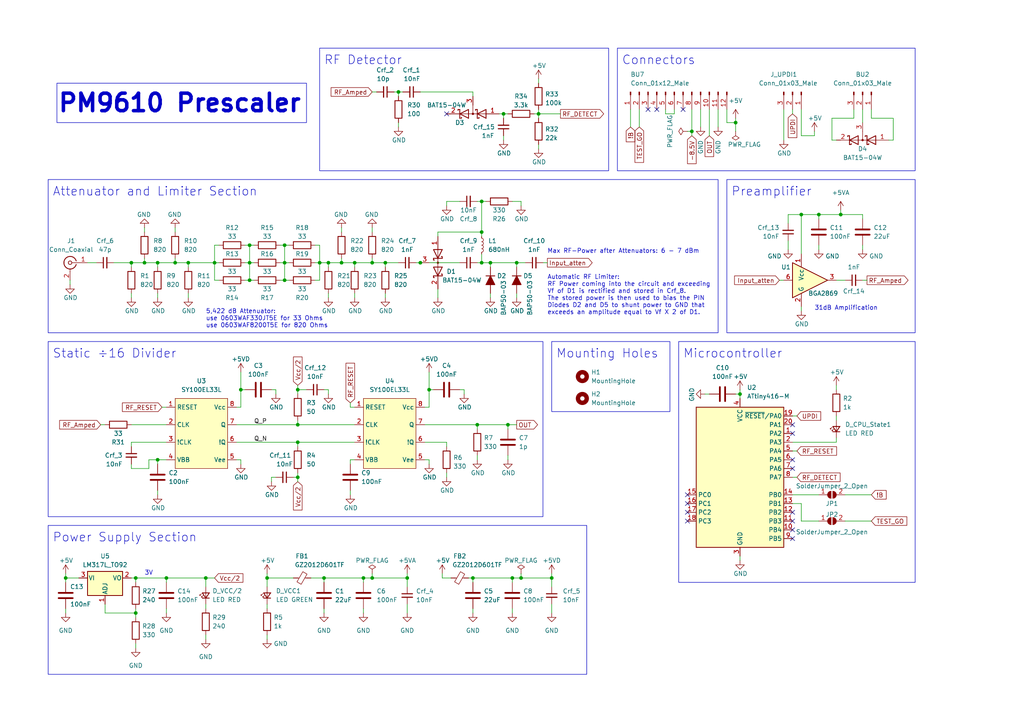
<source format=kicad_sch>
(kicad_sch (version 20230121) (generator eeschema)
  (paper "A4")
  (junction (at 105.41 167.64))
  (junction (at 59.69 167.64))
  (junction (at 54.61 76.2))
  (junction (at 92.71 76.2))
  (junction (at 62.23 76.2))
  (junction (at 151.13 167.64))
  (junction (at 124.46 113.03))
  (junction (at 39.37 177.8))
  (junction (at 142.24 76.2))
  (junction (at 200.66 38.1))
  (junction (at 86.36 138.43))
  (junction (at 45.72 133.35))
  (junction (at 86.36 128.27))
  (junction (at 95.25 76.2))
  (junction (at 69.85 113.03))
  (junction (at 72.39 81.28))
  (junction (at 50.8 76.2))
  (junction (at 146.05 33.02))
  (junction (at 102.87 76.2))
  (junction (at 148.59 167.64))
  (junction (at 118.11 167.64))
  (junction (at 243.84 62.23))
  (junction (at 19.05 167.64))
  (junction (at 147.32 123.19))
  (junction (at 48.26 167.64))
  (junction (at 99.06 76.2))
  (junction (at 232.41 62.23))
  (junction (at 39.37 167.64))
  (junction (at 214.63 114.3))
  (junction (at 93.98 167.64))
  (junction (at 139.7 58.42))
  (junction (at 237.49 62.23))
  (junction (at 111.76 76.2))
  (junction (at 107.95 167.64))
  (junction (at 86.36 113.03))
  (junction (at 82.55 76.2))
  (junction (at 139.7 76.2))
  (junction (at 115.57 26.67))
  (junction (at 77.47 167.64))
  (junction (at 45.72 76.2))
  (junction (at 82.55 71.12))
  (junction (at 139.7 67.31))
  (junction (at 121.92 76.2))
  (junction (at 82.55 81.28))
  (junction (at 72.39 71.12))
  (junction (at 41.91 76.2))
  (junction (at 38.1 76.2))
  (junction (at 72.39 76.2))
  (junction (at 137.16 167.64))
  (junction (at 156.21 33.02))
  (junction (at 213.36 35.56))
  (junction (at 86.36 123.19))
  (junction (at 149.86 76.2))
  (junction (at 107.95 76.2))
  (junction (at 138.43 123.19))
  (junction (at 160.02 167.64))
  (no_connect (at 229.87 133.35))
  (no_connect (at 229.87 125.73))
  (no_connect (at 199.39 146.05))
  (no_connect (at 198.12 31.75))
  (no_connect (at 190.5 31.75))
  (no_connect (at 229.87 153.67))
  (no_connect (at 229.87 156.21))
  (no_connect (at 129.54 33.02))
  (no_connect (at 229.87 148.59))
  (no_connect (at 199.39 148.59))
  (no_connect (at 229.87 135.89))
  (no_connect (at 187.96 31.75))
  (no_connect (at 199.39 151.13))
  (no_connect (at 229.87 123.19))
  (no_connect (at 229.87 151.13))
  (no_connect (at 199.39 143.51))
  (wire (pts (xy 195.58 33.02) (xy 195.58 31.75)))
  (wire (pts (xy 123.19 133.35) (xy 124.46 133.35)))
  (wire (pts (xy 237.49 71.12) (xy 237.49 72.39)))
  (wire (pts (xy 73.66 71.12) (xy 72.39 71.12)))
  (wire (pts (xy 146.05 34.29) (xy 146.05 33.02)))
  (wire (pts (xy 137.16 167.64) (xy 137.16 168.91)))
  (wire (pts (xy 20.32 81.28) (xy 20.32 82.55)))
  (wire (pts (xy 160.02 170.18) (xy 160.02 167.64)))
  (wire (pts (xy 118.11 170.18) (xy 118.11 167.64)))
  (wire (pts (xy 160.02 167.64) (xy 160.02 166.37)))
  (wire (pts (xy 45.72 142.24) (xy 45.72 143.51)))
  (wire (pts (xy 33.02 76.2) (xy 38.1 76.2)))
  (wire (pts (xy 107.95 26.67) (xy 109.22 26.67)))
  (wire (pts (xy 232.41 146.05) (xy 232.41 151.13)))
  (wire (pts (xy 68.58 118.11) (xy 69.85 118.11)))
  (wire (pts (xy 154.94 33.02) (xy 156.21 33.02)))
  (wire (pts (xy 134.62 114.3) (xy 134.62 113.03)))
  (wire (pts (xy 62.23 81.28) (xy 63.5 81.28)))
  (wire (pts (xy 48.26 176.53) (xy 48.26 177.8)))
  (wire (pts (xy 99.06 76.2) (xy 102.87 76.2)))
  (wire (pts (xy 69.85 133.35) (xy 69.85 134.62)))
  (wire (pts (xy 148.59 167.64) (xy 148.59 168.91)))
  (wire (pts (xy 93.98 167.64) (xy 93.98 168.91)))
  (wire (pts (xy 156.21 41.91) (xy 156.21 43.18)))
  (wire (pts (xy 135.89 167.64) (xy 137.16 167.64)))
  (wire (pts (xy 138.43 76.2) (xy 139.7 76.2)))
  (wire (pts (xy 129.54 137.16) (xy 129.54 138.43)))
  (wire (pts (xy 38.1 128.27) (xy 38.1 129.54)))
  (wire (pts (xy 81.28 76.2) (xy 82.55 76.2)))
  (wire (pts (xy 193.04 31.75) (xy 193.04 33.02)))
  (wire (pts (xy 229.87 146.05) (xy 232.41 146.05)))
  (wire (pts (xy 259.08 34.29) (xy 252.73 34.29)))
  (wire (pts (xy 226.06 81.28) (xy 227.33 81.28)))
  (wire (pts (xy 129.54 58.42) (xy 133.35 58.42)))
  (wire (pts (xy 149.86 76.2) (xy 152.4 76.2)))
  (wire (pts (xy 107.95 76.2) (xy 111.76 76.2)))
  (wire (pts (xy 149.86 76.2) (xy 149.86 77.47)))
  (wire (pts (xy 232.41 62.23) (xy 232.41 73.66)))
  (wire (pts (xy 72.39 71.12) (xy 72.39 76.2)))
  (wire (pts (xy 38.1 85.09) (xy 38.1 86.36)))
  (wire (pts (xy 82.55 81.28) (xy 81.28 81.28)))
  (wire (pts (xy 124.46 113.03) (xy 124.46 118.11)))
  (wire (pts (xy 59.69 175.26) (xy 59.69 176.53)))
  (wire (pts (xy 148.59 167.64) (xy 151.13 167.64)))
  (wire (pts (xy 38.1 135.89) (xy 43.18 135.89)))
  (wire (pts (xy 19.05 167.64) (xy 22.86 167.64)))
  (wire (pts (xy 148.59 176.53) (xy 148.59 177.8)))
  (wire (pts (xy 151.13 166.37) (xy 151.13 167.64)))
  (wire (pts (xy 107.95 166.37) (xy 107.95 167.64)))
  (wire (pts (xy 101.6 142.24) (xy 101.6 143.51)))
  (wire (pts (xy 93.98 176.53) (xy 93.98 177.8)))
  (wire (pts (xy 62.23 76.2) (xy 63.5 76.2)))
  (wire (pts (xy 86.36 111.76) (xy 86.36 113.03)))
  (wire (pts (xy 29.21 123.19) (xy 30.48 123.19)))
  (wire (pts (xy 59.69 167.64) (xy 59.69 170.18)))
  (wire (pts (xy 148.59 167.64) (xy 137.16 167.64)))
  (wire (pts (xy 123.19 118.11) (xy 124.46 118.11)))
  (wire (pts (xy 82.55 71.12) (xy 82.55 76.2)))
  (wire (pts (xy 102.87 76.2) (xy 102.87 77.47)))
  (wire (pts (xy 146.05 33.02) (xy 147.32 33.02)))
  (wire (pts (xy 62.23 76.2) (xy 62.23 81.28)))
  (wire (pts (xy 90.17 167.64) (xy 93.98 167.64)))
  (wire (pts (xy 92.71 76.2) (xy 92.71 81.28)))
  (wire (pts (xy 92.71 81.28) (xy 91.44 81.28)))
  (wire (pts (xy 138.43 132.08) (xy 138.43 133.35)))
  (wire (pts (xy 142.24 76.2) (xy 149.86 76.2)))
  (wire (pts (xy 38.1 123.19) (xy 48.26 123.19)))
  (wire (pts (xy 259.08 40.64) (xy 259.08 34.29)))
  (wire (pts (xy 139.7 58.42) (xy 140.97 58.42)))
  (wire (pts (xy 101.6 118.11) (xy 101.6 116.84)))
  (wire (pts (xy 102.87 118.11) (xy 101.6 118.11)))
  (wire (pts (xy 203.2 36.83) (xy 203.2 31.75)))
  (wire (pts (xy 102.87 86.36) (xy 102.87 85.09)))
  (wire (pts (xy 229.87 138.43) (xy 231.14 138.43)))
  (wire (pts (xy 78.74 138.43) (xy 78.74 139.7)))
  (wire (pts (xy 39.37 167.64) (xy 39.37 168.91)))
  (wire (pts (xy 250.19 62.23) (xy 250.19 63.5)))
  (wire (pts (xy 139.7 67.31) (xy 139.7 68.58)))
  (wire (pts (xy 182.88 36.83) (xy 182.88 31.75)))
  (wire (pts (xy 59.69 184.15) (xy 59.69 185.42)))
  (wire (pts (xy 229.87 130.81) (xy 231.14 130.81)))
  (wire (pts (xy 45.72 76.2) (xy 50.8 76.2)))
  (wire (pts (xy 19.05 167.64) (xy 19.05 168.91)))
  (wire (pts (xy 229.87 143.51) (xy 237.49 143.51)))
  (wire (pts (xy 200.66 39.37) (xy 200.66 38.1)))
  (wire (pts (xy 242.57 127) (xy 242.57 128.27)))
  (wire (pts (xy 157.48 76.2) (xy 158.75 76.2)))
  (wire (pts (xy 48.26 133.35) (xy 45.72 133.35)))
  (wire (pts (xy 160.02 175.26) (xy 160.02 177.8)))
  (wire (pts (xy 213.36 35.56) (xy 213.36 38.1)))
  (wire (pts (xy 95.25 85.09) (xy 95.25 86.36)))
  (wire (pts (xy 111.76 76.2) (xy 115.57 76.2)))
  (wire (pts (xy 83.82 76.2) (xy 82.55 76.2)))
  (wire (pts (xy 151.13 167.64) (xy 160.02 167.64)))
  (wire (pts (xy 82.55 81.28) (xy 83.82 81.28)))
  (wire (pts (xy 39.37 177.8) (xy 30.48 177.8)))
  (wire (pts (xy 121.92 26.67) (xy 137.16 26.67)))
  (wire (pts (xy 95.25 76.2) (xy 99.06 76.2)))
  (wire (pts (xy 77.47 184.15) (xy 77.47 185.42)))
  (wire (pts (xy 111.76 76.2) (xy 111.76 77.47)))
  (wire (pts (xy 19.05 176.53) (xy 19.05 177.8)))
  (wire (pts (xy 156.21 33.02) (xy 162.56 33.02)))
  (wire (pts (xy 95.25 113.03) (xy 93.98 113.03)))
  (wire (pts (xy 71.12 76.2) (xy 72.39 76.2)))
  (wire (pts (xy 71.12 113.03) (xy 69.85 113.03)))
  (wire (pts (xy 38.1 167.64) (xy 39.37 167.64)))
  (wire (pts (xy 210.82 31.75) (xy 210.82 35.56)))
  (wire (pts (xy 86.36 128.27) (xy 102.87 128.27)))
  (wire (pts (xy 200.66 38.1) (xy 200.66 31.75)))
  (wire (pts (xy 134.62 113.03) (xy 133.35 113.03)))
  (wire (pts (xy 236.22 38.1) (xy 236.22 39.37)))
  (wire (pts (xy 48.26 167.64) (xy 59.69 167.64)))
  (wire (pts (xy 99.06 66.04) (xy 99.06 67.31)))
  (wire (pts (xy 83.82 71.12) (xy 82.55 71.12)))
  (wire (pts (xy 50.8 74.93) (xy 50.8 76.2)))
  (wire (pts (xy 139.7 73.66) (xy 139.7 76.2)))
  (wire (pts (xy 62.23 71.12) (xy 62.23 76.2)))
  (wire (pts (xy 86.36 129.54) (xy 86.36 128.27)))
  (wire (pts (xy 93.98 167.64) (xy 105.41 167.64)))
  (wire (pts (xy 50.8 66.04) (xy 50.8 67.31)))
  (wire (pts (xy 38.1 128.27) (xy 48.26 128.27)))
  (wire (pts (xy 151.13 58.42) (xy 148.59 58.42)))
  (wire (pts (xy 38.1 135.89) (xy 38.1 134.62)))
  (wire (pts (xy 227.33 40.64) (xy 227.33 31.75)))
  (wire (pts (xy 115.57 35.56) (xy 115.57 36.83)))
  (wire (pts (xy 129.54 59.69) (xy 129.54 58.42)))
  (wire (pts (xy 105.41 167.64) (xy 105.41 168.91)))
  (wire (pts (xy 228.6 62.23) (xy 228.6 64.77)))
  (wire (pts (xy 144.78 33.02) (xy 146.05 33.02)))
  (wire (pts (xy 91.44 76.2) (xy 92.71 76.2)))
  (wire (pts (xy 146.05 39.37) (xy 146.05 40.64)))
  (wire (pts (xy 120.65 76.2) (xy 121.92 76.2)))
  (wire (pts (xy 118.11 166.37) (xy 118.11 167.64)))
  (wire (pts (xy 199.39 38.1) (xy 200.66 38.1)))
  (wire (pts (xy 41.91 76.2) (xy 45.72 76.2)))
  (wire (pts (xy 252.73 34.29) (xy 252.73 31.75)))
  (wire (pts (xy 247.65 34.29) (xy 241.3 34.29)))
  (wire (pts (xy 149.86 123.19) (xy 147.32 123.19)))
  (wire (pts (xy 86.36 137.16) (xy 86.36 138.43)))
  (wire (pts (xy 43.18 135.89) (xy 43.18 133.35)))
  (wire (pts (xy 82.55 76.2) (xy 82.55 81.28)))
  (wire (pts (xy 229.87 120.65) (xy 231.14 120.65)))
  (wire (pts (xy 77.47 175.26) (xy 77.47 176.53)))
  (wire (pts (xy 59.69 167.64) (xy 62.23 167.64)))
  (wire (pts (xy 127 68.58) (xy 127 67.31)))
  (wire (pts (xy 250.19 71.12) (xy 250.19 72.39)))
  (wire (pts (xy 232.41 88.9) (xy 232.41 90.17)))
  (wire (pts (xy 43.18 133.35) (xy 45.72 133.35)))
  (wire (pts (xy 107.95 66.04) (xy 107.95 67.31)))
  (wire (pts (xy 123.19 128.27) (xy 129.54 128.27)))
  (wire (pts (xy 118.11 175.26) (xy 118.11 177.8)))
  (wire (pts (xy 101.6 134.62) (xy 101.6 133.35)))
  (wire (pts (xy 46.99 118.11) (xy 48.26 118.11)))
  (wire (pts (xy 124.46 113.03) (xy 125.73 113.03)))
  (wire (pts (xy 38.1 76.2) (xy 41.91 76.2)))
  (wire (pts (xy 68.58 128.27) (xy 86.36 128.27)))
  (wire (pts (xy 115.57 26.67) (xy 116.84 26.67)))
  (wire (pts (xy 92.71 71.12) (xy 92.71 76.2)))
  (wire (pts (xy 86.36 121.92) (xy 86.36 123.19)))
  (wire (pts (xy 123.19 123.19) (xy 138.43 123.19)))
  (wire (pts (xy 214.63 115.57) (xy 214.63 114.3)))
  (wire (pts (xy 107.95 167.64) (xy 118.11 167.64)))
  (wire (pts (xy 95.25 113.03) (xy 95.25 114.3)))
  (wire (pts (xy 129.54 129.54) (xy 129.54 128.27)))
  (wire (pts (xy 91.44 71.12) (xy 92.71 71.12)))
  (wire (pts (xy 95.25 76.2) (xy 95.25 77.47)))
  (wire (pts (xy 45.72 85.09) (xy 45.72 86.36)))
  (wire (pts (xy 137.16 26.67) (xy 137.16 27.94)))
  (wire (pts (xy 138.43 123.19) (xy 147.32 123.19)))
  (wire (pts (xy 137.16 176.53) (xy 137.16 177.8)))
  (wire (pts (xy 237.49 62.23) (xy 237.49 63.5)))
  (wire (pts (xy 19.05 166.37) (xy 19.05 167.64)))
  (wire (pts (xy 115.57 26.67) (xy 115.57 27.94)))
  (wire (pts (xy 229.87 31.75) (xy 229.87 33.02)))
  (wire (pts (xy 208.28 36.83) (xy 208.28 31.75)))
  (wire (pts (xy 128.27 167.64) (xy 128.27 166.37)))
  (wire (pts (xy 41.91 74.93) (xy 41.91 76.2)))
  (wire (pts (xy 138.43 58.42) (xy 139.7 58.42)))
  (wire (pts (xy 111.76 85.09) (xy 111.76 86.36)))
  (wire (pts (xy 127 67.31) (xy 139.7 67.31)))
  (wire (pts (xy 242.57 111.76) (xy 242.57 113.03)))
  (wire (pts (xy 147.32 132.08) (xy 147.32 133.35)))
  (wire (pts (xy 247.65 31.75) (xy 247.65 34.29)))
  (wire (pts (xy 138.43 124.46) (xy 138.43 123.19)))
  (wire (pts (xy 78.74 113.03) (xy 80.01 113.03)))
  (wire (pts (xy 214.63 113.03) (xy 214.63 114.3)))
  (wire (pts (xy 48.26 167.64) (xy 48.26 168.91)))
  (wire (pts (xy 232.41 62.23) (xy 237.49 62.23)))
  (wire (pts (xy 245.11 143.51) (xy 252.73 143.51)))
  (wire (pts (xy 237.49 62.23) (xy 243.84 62.23)))
  (wire (pts (xy 86.36 113.03) (xy 86.36 114.3)))
  (wire (pts (xy 232.41 151.13) (xy 237.49 151.13)))
  (wire (pts (xy 128.27 167.64) (xy 130.81 167.64)))
  (wire (pts (xy 214.63 161.29) (xy 214.63 162.56)))
  (wire (pts (xy 77.47 167.64) (xy 85.09 167.64)))
  (wire (pts (xy 245.11 151.13) (xy 252.73 151.13)))
  (wire (pts (xy 80.01 138.43) (xy 78.74 138.43)))
  (wire (pts (xy 41.91 66.04) (xy 41.91 67.31)))
  (wire (pts (xy 102.87 76.2) (xy 107.95 76.2)))
  (wire (pts (xy 39.37 186.69) (xy 39.37 187.96)))
  (wire (pts (xy 243.84 62.23) (xy 250.19 62.23)))
  (wire (pts (xy 242.57 128.27) (xy 229.87 128.27)))
  (wire (pts (xy 39.37 177.8) (xy 39.37 179.07)))
  (wire (pts (xy 101.6 133.35) (xy 102.87 133.35)))
  (wire (pts (xy 149.86 85.09) (xy 149.86 86.36)))
  (wire (pts (xy 71.12 81.28) (xy 72.39 81.28)))
  (wire (pts (xy 210.82 35.56) (xy 213.36 35.56)))
  (wire (pts (xy 86.36 113.03) (xy 88.9 113.03)))
  (wire (pts (xy 30.48 177.8) (xy 30.48 175.26)))
  (wire (pts (xy 54.61 85.09) (xy 54.61 86.36)))
  (wire (pts (xy 50.8 76.2) (xy 54.61 76.2)))
  (wire (pts (xy 250.19 81.28) (xy 251.46 81.28)))
  (wire (pts (xy 72.39 81.28) (xy 73.66 81.28)))
  (wire (pts (xy 105.41 167.64) (xy 107.95 167.64)))
  (wire (pts (xy 236.22 39.37) (xy 232.41 39.37)))
  (wire (pts (xy 38.1 76.2) (xy 38.1 77.47)))
  (wire (pts (xy 45.72 133.35) (xy 45.72 134.62)))
  (wire (pts (xy 250.19 35.56) (xy 250.19 31.75)))
  (wire (pts (xy 124.46 133.35) (xy 124.46 134.62)))
  (wire (pts (xy 241.3 40.64) (xy 242.57 40.64)))
  (wire (pts (xy 259.08 40.64) (xy 257.81 40.64)))
  (wire (pts (xy 69.85 113.03) (xy 69.85 118.11)))
  (wire (pts (xy 73.66 76.2) (xy 72.39 76.2)))
  (wire (pts (xy 81.28 71.12) (xy 82.55 71.12)))
  (wire (pts (xy 39.37 176.53) (xy 39.37 177.8)))
  (wire (pts (xy 62.23 71.12) (xy 63.5 71.12)))
  (wire (pts (xy 241.3 34.29) (xy 241.3 40.64)))
  (wire (pts (xy 228.6 62.23) (xy 232.41 62.23)))
  (wire (pts (xy 204.47 114.3) (xy 205.74 114.3)))
  (wire (pts (xy 213.36 114.3) (xy 214.63 114.3)))
  (wire (pts (xy 185.42 36.83) (xy 185.42 31.75)))
  (wire (pts (xy 77.47 166.37) (xy 77.47 167.64)))
  (wire (pts (xy 99.06 74.93) (xy 99.06 76.2)))
  (wire (pts (xy 139.7 76.2) (xy 142.24 76.2)))
  (wire (pts (xy 54.61 76.2) (xy 54.61 77.47)))
  (wire (pts (xy 147.32 124.46) (xy 147.32 123.19)))
  (wire (pts (xy 77.47 170.18) (xy 77.47 167.64)))
  (wire (pts (xy 71.12 71.12) (xy 72.39 71.12)))
  (wire (pts (xy 86.36 139.7) (xy 86.36 138.43)))
  (wire (pts (xy 213.36 34.29) (xy 213.36 35.56)))
  (wire (pts (xy 151.13 58.42) (xy 151.13 59.69)))
  (wire (pts (xy 45.72 76.2) (xy 45.72 77.47)))
  (wire (pts (xy 86.36 123.19) (xy 102.87 123.19)))
  (wire (pts (xy 39.37 167.64) (xy 48.26 167.64)))
  (wire (pts (xy 25.4 76.2) (xy 27.94 76.2)))
  (wire (pts (xy 80.01 113.03) (xy 80.01 114.3)))
  (wire (pts (xy 228.6 69.85) (xy 228.6 72.39)))
  (wire (pts (xy 127 83.82) (xy 127 86.36)))
  (wire (pts (xy 205.74 39.37) (xy 205.74 31.75)))
  (wire (pts (xy 142.24 76.2) (xy 142.24 77.47)))
  (wire (pts (xy 156.21 31.75) (xy 156.21 33.02)))
  (wire (pts (xy 121.92 76.2) (xy 133.35 76.2)))
  (wire (pts (xy 85.09 138.43) (xy 86.36 138.43)))
  (wire (pts (xy 232.41 31.75) (xy 232.41 39.37)))
  (wire (pts (xy 242.57 81.28) (xy 245.11 81.28)))
  (wire (pts (xy 105.41 176.53) (xy 105.41 177.8)))
  (wire (pts (xy 69.85 133.35) (xy 68.58 133.35)))
  (wire (pts (xy 72.39 76.2) (xy 72.39 81.28)))
  (wire (pts (xy 193.04 33.02) (xy 195.58 33.02)))
  (wire (pts (xy 156.21 33.02) (xy 156.21 34.29)))
  (wire (pts (xy 114.3 26.67) (xy 115.57 26.67)))
  (wire (pts (xy 142.24 85.09) (xy 142.24 86.36)))
  (wire (pts (xy 92.71 76.2) (xy 95.25 76.2)))
  (wire (pts (xy 242.57 120.65) (xy 242.57 121.92)))
  (wire (pts (xy 124.46 107.95) (xy 124.46 113.03)))
  (wire (pts (xy 139.7 58.42) (xy 139.7 67.31)))
  (wire (pts (xy 107.95 74.93) (xy 107.95 76.2)))
  (wire (pts (xy 243.84 60.96) (xy 243.84 62.23)))
  (wire (pts (xy 68.58 123.19) (xy 86.36 123.19)))
  (wire (pts (xy 156.21 22.86) (xy 156.21 24.13)))
  (wire (pts (xy 54.61 76.2) (xy 62.23 76.2)))
  (wire (pts (xy 69.85 107.95) (xy 69.85 113.03)))
  (rectangle (start 13.97 152.4) (end 170.18 195.58))
  (rectangle (start 179.07 13.97) (end 265.43 49.53))
  (rectangle (start 92.71 13.97) (end 176.53 49.53))
  (rectangle (start 160.02 99.06) (end 194.31 119.38))
  (rectangle (start 196.85 99.06) (end 265.43 168.91))
  (rectangle (start 210.82 52.07) (end 265.43 96.52))
  (rectangle (start 13.97 99.06) (end 157.48 149.86))
  (rectangle (start 13.97 52.07) (end 208.28 96.52))
  (rectangle (start 16.51 24.13) (end 88.9 35.56))
  (text "Power Supply Section" (at 15.24 157.48 0) (effects (font (size 2.54 2.54)) (justify left bottom)))
  (text "PM9610 Prescaler" (at 16.51 33.02 0) (effects (font (size 5.08 5.08) (thickness 1.016) bold) (justify left bottom)))
  (text "Automatic RF Limiter:\nRF Power coming into the circuit and exceeding\nVf of D1 is rectified and stored in Crf_8. \nThe stored power is then used to bias the PIN\nDiodes D2 and D5 to shunt power to GND that \nexceeds an amplitude equal to Vf X 2 of D1. " (at 158.75 91.44 0) (effects (font (size 1.27 1.27)) (justify left bottom)))
  (text "Max RF-Power after Attenuators: 6 - 7 dBm" (at 158.75 73.66 0) (effects (font (size 1.27 1.27)) (justify left bottom)))
  (text "Microcontroller" (at 198.12 104.14 0) (effects (font (size 2.54 2.54)) (justify left bottom)))
  (text "RF Detector" (at 93.98 19.05 0) (effects (font (size 2.54 2.54)) (justify left bottom)))
  (text "Static ÷16 Divider" (at 15.24 104.14 0) (effects (font (size 2.54 2.54)) (justify left bottom)))
  (text "5,422 dB Attenuator:\nuse 0603WAF330JT5E for 33 Ohms\nuse 0603WAF8200T5E for 820 Ohms\n" (at 59.69 95.25 0) (effects (font (size 1.27 1.27)) (justify left bottom)))
  (text "Preamplifier" (at 212.09 57.15 0) (effects (font (size 2.54 2.54)) (justify left bottom)))
  (text "Connectors" (at 180.34 19.05 0) (effects (font (size 2.54 2.54)) (justify left bottom)))
  (text "3V" (at 41.91 167.005 0) (effects (font (size 1.27 1.27)) (justify left bottom)))
  (text "Mounting Holes" (at 161.29 104.14 0) (effects (font (size 2.54 2.54)) (justify left bottom)))
  (text "Attenuator and Limiter Section" (at 15.24 57.15 0) (effects (font (size 2.54 2.54)) (justify left bottom)))
  (text "31dB Amplification" (at 236.22 90.17 0) (effects (font (size 1.27 1.27)) (justify left bottom)))
  (label "Q_N" (at 73.66 128.27 0))
  (label "Q_P" (at 73.66 123.19 0))
  (global_label "RF_Amped" (shape input) (at 29.21 123.19 180) (property "Intersheetrefs" "${INTERSHEET_REFS}" (effects hide)))
  (global_label "RF_Amped" (shape output) (at 251.46 81.28 0) (property "Intersheetrefs" "${INTERSHEET_REFS}" (effects hide)))
  (global_label "Vcc{slash}2" (shape input) (at 86.36 139.7 270) (property "Intersheetrefs" "${INTERSHEET_REFS}" (effects hide)))
  (global_label "!B" (shape input) (at 252.73 143.51 0) (property "Intersheetrefs" "${INTERSHEET_REFS}" (effects hide)))
  (global_label "UPDI" (shape input) (at 229.87 33.02 270) (property "Intersheetrefs" "${INTERSHEET_REFS}" (effects hide)))
  (global_label "RF_RESET" (shape input) (at 231.14 130.81 0) (property "Intersheetrefs" "${INTERSHEET_REFS}" (effects hide)))
  (global_label "Input_atten" (shape input) (at 226.06 81.28 180) (property "Intersheetrefs" "${INTERSHEET_REFS}" (effects hide)))
  (global_label "RF_Amped" (shape input) (at 107.95 26.67 180) (property "Intersheetrefs" "${INTERSHEET_REFS}" (effects hide)))
  (global_label "RF_RESET" (shape input) (at 101.6 116.84 90) (property "Intersheetrefs" "${INTERSHEET_REFS}" (effects hide)))
  (global_label "!B" (shape input) (at 182.88 36.83 270) (property "Intersheetrefs" "${INTERSHEET_REFS}" (effects hide)))
  (global_label "RF_RESET" (shape input) (at 46.99 118.11 180) (property "Intersheetrefs" "${INTERSHEET_REFS}" (effects hide)))
  (global_label "Input_atten" (shape output) (at 158.75 76.2 0) (property "Intersheetrefs" "${INTERSHEET_REFS}" (effects hide)))
  (global_label "TEST_GO" (shape input) (at 185.42 36.83 270) (property "Intersheetrefs" "${INTERSHEET_REFS}" (effects hide)))
  (global_label "OUT" (shape output) (at 149.86 123.19 0) (property "Intersheetrefs" "${INTERSHEET_REFS}" (effects hide)))
  (global_label "RF_DETECT" (shape output) (at 162.56 33.02 0) (property "Intersheetrefs" "${INTERSHEET_REFS}" (effects hide)))
  (global_label "UPDI" (shape input) (at 231.14 120.65 0) (property "Intersheetrefs" "${INTERSHEET_REFS}" (effects hide)))
  (global_label "Vcc{slash}2" (shape input) (at 62.23 167.64 0) (property "Intersheetrefs" "${INTERSHEET_REFS}" (effects hide)))
  (global_label "TEST_GO" (shape input) (at 252.73 151.13 0) (property "Intersheetrefs" "${INTERSHEET_REFS}" (effects hide)))
  (global_label "OUT" (shape input) (at 205.74 39.37 270) (property "Intersheetrefs" "${INTERSHEET_REFS}" (effects hide)))
  (global_label "RF_DETECT" (shape input) (at 231.14 138.43 0) (property "Intersheetrefs" "${INTERSHEET_REFS}" (effects hide)))
  (global_label "-8.5V" (shape input) (at 200.66 39.37 270) (property "Intersheetrefs" "${INTERSHEET_REFS}" (effects hide)))
  (global_label "Vcc{slash}2" (shape input) (at 86.36 111.76 90) (property "Intersheetrefs" "${INTERSHEET_REFS}" (effects hide)))
  (symbol (lib_id "Device:D_Schottky_Dual_Series_AKC") (at 127 76.2 270) (unit 1)
    (property "Reference" "D1" (at 129.54 78.74 90) (effects (justify left)))
    (property "Value" "BAT15-04W" (at 128.27 81.28 90) (effects (justify left)))
    (property "Footprint" "Package_TO_SOT_SMD:SOT-323_SC-70" (effects hide))
    (property "Sim.Enable" "0" (effects hide))
  )
  (symbol (lib_id "Device:R") (at 38.1 81.28 0) (unit 1)
    (property "Reference" "R1" (at 40.64 80.0099 0) (effects (justify left)))
    (property "Value" "820" (at 40.64 82.5499 0) (effects (justify left)))
    (property "Footprint" "Resistor_SMD:R_0603_1608Metric" (effects hide))
  )
  (symbol (lib_id "power:GND") (at 39.37 187.96 0) (unit 1)
    (property "Reference" "#PWR0152" (effects hide))
    (property "Value" "GND" (at 39.37 193.04 0))
  )
  (symbol (lib_id "Device:C_Small") (at 118.11 76.2 90) (unit 1)
    (property "Reference" "Crf_7" (at 118.1163 69.85 90))
    (property "Value" "1nF" (at 118.1163 72.39 90))
    (property "Footprint" "Resistor_SMD:R_0402_1005Metric" (effects hide))
  )
  (symbol (lib_id "power:GND") (at 19.05 177.8 0) (unit 1)
    (property "Reference" "#PWR0156" (effects hide))
    (property "Value" "GND" (at 19.05 182.88 0))
  )
  (symbol (lib_id "Device:C") (at 250.19 67.31 0) (unit 1)
    (property "Reference" "C12" (at 253.365 66.0399 0) (effects (justify left)))
    (property "Value" "22uF" (at 253.365 68.5799 0) (effects (justify left)))
    (property "Footprint" "Resistor_SMD:R_0603_1608Metric" (effects hide))
    (property "WV" "6.3V" (effects hide))
  )
  (symbol (lib_id "Device:C_Small") (at 30.48 76.2 90) (unit 1)
    (property "Reference" "Crf_6" (at 30.4863 69.85 90))
    (property "Value" "47p" (at 30.4863 72.39 90))
    (property "Footprint" "Resistor_SMD:R_0402_1005Metric" (effects hide))
  )
  (symbol (lib_id "Device:FerriteBead_Small") (at 87.63 167.64 90) (unit 1)
    (property "Reference" "FB1" (at 87.5919 161.29 90))
    (property "Value" "GZ2012D601TF" (at 92.71 163.83 90))
    (property "Footprint" "Inductor_SMD:L_0805_2012Metric" (effects hide))
    (property "Sim.Enable" "0" (effects hide))
  )
  (symbol (lib_id "power:GND") (at 151.13 59.69 0) (unit 1)
    (property "Reference" "#PWR0140" (effects hide))
    (property "Value" "GND" (at 149.225 63.5 0) (effects (justify left)))
  )
  (symbol (lib_id "power:GND") (at 41.91 66.04 180) (unit 1)
    (property "Reference" "#PWR0129" (effects hide))
    (property "Value" "GND" (at 43.815 62.23 0) (effects (justify left)))
  )
  (symbol (lib_id "Device:R") (at 111.76 81.28 0) (unit 1)
    (property "Reference" "R25" (at 114.3 80.0099 0) (effects (justify left)))
    (property "Value" "820" (at 114.3 82.5499 0) (effects (justify left)))
    (property "Footprint" "Resistor_SMD:R_0603_1608Metric" (effects hide))
  )
  (symbol (lib_id "power:+5VD") (at 69.85 107.95 0) (unit 1)
    (property "Reference" "#PWR0124" (effects hide))
    (property "Value" "+5VD" (at 69.85 104.14 0))
  )
  (symbol (lib_id "power:GND") (at 214.63 162.56 0) (unit 1)
    (property "Reference" "#PWR010" (effects hide))
    (property "Value" "GND" (at 212.725 166.37 0) (effects (justify left)))
  )
  (symbol (lib_id "power:GND") (at 99.06 66.04 180) (unit 1)
    (property "Reference" "#PWR0134" (effects hide))
    (property "Value" "GND" (at 100.965 62.23 0) (effects (justify left)))
  )
  (symbol (lib_id "Device:C_Small") (at 146.05 36.83 180) (unit 1)
    (property "Reference" "Crf_15" (at 137.16 36.83 0) (effects (justify right)))
    (property "Value" "1nF" (at 139.7 39.37 0) (effects (justify right)))
    (property "Footprint" "Resistor_SMD:R_0402_1005Metric" (effects hide))
  )
  (symbol (lib_id "Device:D_Schottky_Dual_Series_AKC") (at 250.19 40.64 180) (unit 1)
    (property "Reference" "D4" (at 250.19 43.18 0))
    (property "Value" "BAT15-04W" (at 250.19 45.72 0))
    (property "Footprint" "Package_TO_SOT_SMD:SOT-323_SC-70" (effects hide))
    (property "Sim.Enable" "0" (effects hide))
  )
  (symbol (lib_id "power:GND") (at 237.49 72.39 0) (unit 1)
    (property "Reference" "#PWR07" (effects hide))
    (property "Value" "GND" (at 239.395 74.295 0) (effects (justify left)))
  )
  (symbol (lib_id "Device:C_Small") (at 228.6 67.31 0) (mirror x) (unit 1)
    (property "Reference" "Crf_13" (at 226.06 66.0335 0) (effects (justify right)))
    (property "Value" "10nF" (at 226.06 68.5735 0) (effects (justify right)))
    (property "Footprint" "Resistor_SMD:R_0402_1005Metric" (effects hide))
  )
  (symbol (lib_id "power:GND") (at 129.54 138.43 0) (unit 1)
    (property "Reference" "#PWR0116" (effects hide))
    (property "Value" "GND" (at 127.635 142.24 0) (effects (justify left)))
  )
  (symbol (lib_id "power:+5VA") (at 243.84 60.96 0) (unit 1)
    (property "Reference" "#PWR0148" (effects hide))
    (property "Value" "+5VA" (at 243.84 55.88 0))
  )
  (symbol (lib_id "Device:R") (at 87.63 81.28 90) (unit 1)
    (property "Reference" "R20" (at 87.63 86.36 90))
    (property "Value" "33" (at 87.63 83.82 90))
    (property "Footprint" "Resistor_SMD:R_0603_1608Metric" (effects hide))
  )
  (symbol (lib_id "power:GND") (at 93.98 177.8 0) (unit 1)
    (property "Reference" "#PWR0104" (effects hide))
    (property "Value" "GND" (at 93.98 182.88 0))
  )
  (symbol (lib_id "power:GND") (at 107.95 66.04 180) (unit 1)
    (property "Reference" "#PWR0135" (effects hide))
    (property "Value" "GND" (at 109.855 62.23 0) (effects (justify left)))
  )
  (symbol (lib_id "power:GND") (at 80.01 114.3 0) (unit 1)
    (property "Reference" "#PWR0112" (effects hide))
    (property "Value" "GND" (at 78.105 118.11 0) (effects (justify left)))
  )
  (symbol (lib_id "Connector:Conn_01x03_Pin") (at 229.87 26.67 270) (unit 1)
    (property "Reference" "J_UPDI1" (at 227.33 21.59 90))
    (property "Value" "Conn_01x03_Male" (at 228.6 24.13 90))
    (property "Footprint" "Connector_PinHeader_2.54mm:PinHeader_1x03_P2.54mm_Vertical" (effects hide))
    (property "Sim.Enable" "0" (effects hide))
  )
  (symbol (lib_id "Device:C") (at 237.49 67.31 180) (unit 1)
    (property "Reference" "C11" (at 240.665 66.0399 0) (effects (justify right)))
    (property "Value" "100nF" (at 240.665 68.5799 0) (effects (justify right)))
    (property "Footprint" "Resistor_SMD:R_0603_1608Metric" (effects hide))
  )
  (symbol (lib_id "power:GND") (at 160.02 177.8 0) (unit 1)
    (property "Reference" "#PWR0108" (effects hide))
    (property "Value" "GND" (at 160.02 182.88 0))
  )
  (symbol (lib_id "power:GND") (at 45.72 86.36 0) (unit 1)
    (property "Reference" "#PWR0127" (effects hide))
    (property "Value" "GND" (at 43.815 90.17 0) (effects (justify left)))
  )
  (symbol (lib_id "Jumper:SolderJumper_2_Open") (at 241.3 143.51 0) (unit 1)
    (property "Reference" "JP1" (at 241.3 146.05 0))
    (property "Value" "SolderJumper_2_Open" (at 241.3 140.97 0))
    (property "Footprint" "Jumper:SolderJumper-2_P1.3mm_Open_TrianglePad1.0x1.5mm" (effects hide))
    (property "Sim.Enable" "0" (effects hide))
  )
  (symbol (lib_id "Device:C_Small") (at 38.1 132.08 0) (mirror y) (unit 1)
    (property "Reference" "Crf_3" (at 35.56 132.08 0) (effects (justify left)))
    (property "Value" "10nF" (at 35.56 134.62 0) (effects (justify left)))
    (property "Footprint" "Resistor_SMD:R_0402_1005Metric" (effects hide))
  )
  (symbol (lib_id "MCU_Microchip_ATtiny:ATtiny416-M") (at 214.63 138.43 0) (unit 1)
    (property "Reference" "U2" (at 216.6494 112.395 0) (effects (justify left)))
    (property "Value" "ATtiny416-M" (at 216.6494 114.935 0) (effects (justify left)))
    (property "Footprint" "Package_DFN_QFN:VQFN-20-1EP_3x3mm_P0.4mm_EP1.7x1.7mm" (effects hide))
    (property "Datasheet" "http://ww1.microchip.com/downloads/en/DeviceDoc/40001913A.pdf" (effects hide))
    (property "Sim.Enable" "0" (effects hide))
  )
  (symbol (lib_id "power:GND") (at 95.25 86.36 0) (unit 1)
    (property "Reference" "#PWR0132" (effects hide))
    (property "Value" "GND" (at 93.345 90.17 0) (effects (justify left)))
  )
  (symbol (lib_id "Device:C_Small") (at 111.76 26.67 270) (unit 1)
    (property "Reference" "Crf_2" (at 114.3 20.32 90) (effects (justify right)))
    (property "Value" "10p" (at 113.03 22.86 90) (effects (justify right)))
    (property "Footprint" "Resistor_SMD:R_0402_1005Metric" (effects hide))
  )
  (symbol (lib_id "Device:C_Small") (at 118.11 172.72 0) (unit 1)
    (property "Reference" "Crf_4" (at 120.65 171.4563 0) (effects (justify left)))
    (property "Value" "10nF" (at 120.65 173.9963 0) (effects (justify left)))
    (property "Footprint" "Resistor_SMD:R_0402_1005Metric" (effects hide))
  )
  (symbol (lib_id "power:GND") (at 95.25 114.3 0) (unit 1)
    (property "Reference" "#PWR0151" (effects hide))
    (property "Value" "GND" (at 93.345 118.11 0) (effects (justify left)))
  )
  (symbol (lib_id "power:+5VD") (at 124.46 107.95 0) (unit 1)
    (property "Reference" "#PWR0123" (effects hide))
    (property "Value" "+5VD" (at 124.46 104.14 0))
  )
  (symbol (lib_id "power:+5V") (at 213.36 34.29 0) (unit 1)
    (property "Reference" "#PWR0103" (effects hide))
    (property "Value" "+5V" (at 213.36 29.21 0))
  )
  (symbol (lib_id "Device:C") (at 209.55 114.3 90) (unit 1)
    (property "Reference" "C10" (at 209.55 106.68 90))
    (property "Value" "100nF" (at 209.55 109.22 90))
    (property "Footprint" "Resistor_SMD:R_0603_1608Metric" (effects hide))
  )
  (symbol (lib_id "power:GND") (at 147.32 133.35 0) (unit 1)
    (property "Reference" "#PWR0114" (effects hide))
    (property "Value" "GND" (at 145.415 137.16 0) (effects (justify left)))
  )
  (symbol (lib_id "Device:C") (at 45.72 138.43 0) (unit 1)
    (property "Reference" "C2" (at 48.895 137.1599 0) (effects (justify left)))
    (property "Value" "100nF" (at 48.895 139.6999 0) (effects (justify left)))
    (property "Footprint" "Resistor_SMD:R_0603_1608Metric" (effects hide))
  )
  (symbol (lib_id "power:GND") (at 204.47 114.3 270) (unit 1)
    (property "Reference" "#PWR0145" (effects hide))
    (property "Value" "GND" (at 200.66 112.395 0) (effects (justify left)))
  )
  (symbol (lib_id "power:+5V") (at 77.47 166.37 0) (unit 1)
    (property "Reference" "#PWR0119" (effects hide))
    (property "Value" "+5V" (at 75.565 162.56 0) (effects (justify left)))
  )
  (symbol (lib_id "power:+5V") (at 156.21 22.86 0) (unit 1)
    (property "Reference" "#PWR04" (effects hide))
    (property "Value" "+5V" (at 154.305 19.05 0) (effects (justify left)))
  )
  (symbol (lib_id "Device:R") (at 151.13 33.02 270) (unit 1)
    (property "Reference" "R34" (at 151.13 27.94 90))
    (property "Value" "3.3k" (at 151.13 30.48 90))
    (property "Footprint" "Resistor_SMD:R_0603_1608Metric" (effects hide))
  )
  (symbol (lib_id "Device:L_Small") (at 139.7 71.12 0) (unit 1)
    (property "Reference" "L1" (at 141.605 69.8499 0) (effects (justify left)))
    (property "Value" "680nH" (at 141.605 72.3899 0) (effects (justify left)))
    (property "Footprint" "Inductor_SMD:L_0603_1608Metric" (effects hide))
  )
  (symbol (lib_id "Device:LED_Small") (at 59.69 172.72 90) (unit 1)
    (property "Reference" "D_VCC/2" (at 61.595 171.3864 90) (effects (justify right)))
    (property "Value" "LED RED" (at 61.595 173.9264 90) (effects (justify right)))
    (property "Footprint" "LED_SMD:LED_0603_1608Metric" (effects hide))
    (property "Sim.Enable" "0" (effects hide))
  )
  (symbol (lib_id "Device:C") (at 93.98 172.72 0) (unit 1)
    (property "Reference" "C1" (at 97.155 171.4499 0) (effects (justify left)))
    (property "Value" "22uF" (at 97.155 173.9899 0) (effects (justify left)))
    (property "Footprint" "Resistor_SMD:R_0603_1608Metric" (effects hide))
    (property "WV" "6.3V" (effects hide))
  )
  (symbol (lib_id "Connector:Conn_Coaxial") (at 20.32 76.2 0) (mirror y) (unit 1)
    (property "Reference" "J1" (at 20.6374 69.85 0))
    (property "Value" "Conn_Coaxial" (at 20.6374 72.39 0))
    (property "Footprint" "Connector_Coaxial:SMA_Molex_73251-1153_EdgeMount_Horizontal" (effects hide))
    (property "Datasheet" " ~" (effects hide))
    (property "Sim.Enable" "0" (effects hide))
  )
  (symbol (lib_id "power:PWR_FLAG") (at 151.13 166.37 0) (unit 1)
    (property "Reference" "#FLG03" (effects hide))
    (property "Value" "PWR_FLAG" (at 151.13 162.56 0))
  )
  (symbol (lib_id "Device:R") (at 59.69 180.34 0) (unit 1)
    (property "Reference" "R29" (at 61.595 179.0699 0) (effects (justify left)))
    (property "Value" "240" (at 61.595 181.6099 0) (effects (justify left)))
    (property "Footprint" "Resistor_SMD:R_0603_1608Metric" (effects hide))
  )
  (symbol (lib_id "Device:C") (at 19.05 172.72 0) (unit 1)
    (property "Reference" "C13" (at 20.32 170.18 0) (effects (justify left)))
    (property "Value" "100nF" (at 20.32 175.26 0) (effects (justify left)))
    (property "Footprint" "Resistor_SMD:R_0603_1608Metric" (effects hide))
  )
  (symbol (lib_id "power:GND") (at 102.87 86.36 0) (unit 1)
    (property "Reference" "#PWR0133" (effects hide))
    (property "Value" "GND" (at 100.965 90.17 0) (effects (justify left)))
  )
  (symbol (lib_id "power:+5V") (at 128.27 166.37 0) (unit 1)
    (property "Reference" "#PWR05" (effects hide))
    (property "Value" "+5V" (at 126.365 162.56 0) (effects (justify left)))
  )
  (symbol (lib_id "Device:R") (at 45.72 81.28 0) (unit 1)
    (property "Reference" "R9" (at 48.26 80.0099 0) (effects (justify left)))
    (property "Value" "820" (at 48.26 82.5499 0) (effects (justify left)))
    (property "Footprint" "Resistor_SMD:R_0603_1608Metric" (effects hide))
  )
  (symbol (lib_id "Mechanical:MountingHole") (at 168.91 109.22 0) (unit 1)
    (property "Reference" "H1" (at 171.45 107.95 0) (effects (justify left)))
    (property "Value" "MountingHole" (at 171.45 110.49 0) (effects (justify left)))
    (property "Footprint" "MountingHole:MountingHole_3.2mm_M3_DIN965" (effects hide))
    (property "Sim.Enable" "0" (effects hide))
  )
  (symbol (lib_id "Device:D_Schottky_Dual_Series_AKC") (at 137.16 33.02 180) (unit 1)
    (property "Reference" "D3" (at 133.35 35.56 0))
    (property "Value" "BAT15-04W" (at 129.54 30.48 0))
    (property "Footprint" "Package_TO_SOT_SMD:SOT-323_SC-70" (effects hide))
    (property "Sim.Enable" "0" (effects hide))
  )
  (symbol (lib_id "Mechanical:MountingHole") (at 168.91 115.57 0) (unit 1)
    (property "Reference" "H2" (at 171.45 114.3 0) (effects (justify left)))
    (property "Value" "MountingHole" (at 171.45 116.84 0) (effects (justify left)))
    (property "Footprint" "MountingHole:MountingHole_3.2mm_M3_DIN965" (effects hide))
    (property "Sim.Enable" "0" (effects hide))
  )
  (symbol (lib_id "Device:C_Small") (at 160.02 172.72 0) (unit 1)
    (property "Reference" "Crf_5" (at 163.195 171.4562 0) (effects (justify left)))
    (property "Value" "10nF" (at 163.195 173.9962 0) (effects (justify left)))
    (property "Footprint" "Resistor_SMD:R_0402_1005Metric" (effects hide))
  )
  (symbol (lib_id "power:GND") (at 149.86 86.36 0) (unit 1)
    (property "Reference" "#PWR0137" (effects hide))
    (property "Value" "GND" (at 147.955 90.17 0) (effects (justify left)))
  )
  (symbol (lib_id "power:+5VA") (at 118.11 166.37 0) (unit 1)
    (property "Reference" "#PWR0121" (effects hide))
    (property "Value" "+5VA" (at 118.11 162.56 0))
  )
  (symbol (lib_id "Device:R") (at 50.8 71.12 0) (unit 1)
    (property "Reference" "R10" (at 53.34 69.8499 0) (effects (justify left)))
    (property "Value" "820" (at 53.34 72.3899 0) (effects (justify left)))
    (property "Footprint" "Resistor_SMD:R_0603_1608Metric" (effects hide))
  )
  (symbol (lib_id "power:GND") (at 50.8 66.04 180) (unit 1)
    (property "Reference" "#PWR0128" (effects hide))
    (property "Value" "GND" (at 52.705 62.23 0) (effects (justify left)))
  )
  (symbol (lib_id "Device:C") (at 147.32 128.27 0) (unit 1)
    (property "Reference" "C7" (at 150.495 126.9999 0) (effects (justify left)))
    (property "Value" "1p" (at 150.495 129.5399 0) (effects (justify left)))
    (property "Footprint" "Resistor_SMD:R_0603_1608Metric" (effects hide))
  )
  (symbol (lib_id "power:GND") (at 146.05 40.64 0) (unit 1)
    (property "Reference" "#PWR0143" (effects hide))
    (property "Value" "GND" (at 144.145 44.45 0) (effects (justify left)))
  )
  (symbol (lib_id "Device:R") (at 41.91 71.12 0) (unit 1)
    (property "Reference" "R8" (at 44.45 69.8499 0) (effects (justify left)))
    (property "Value" "820" (at 44.45 72.3899 0) (effects (justify left)))
    (property "Footprint" "Resistor_SMD:R_0603_1608Metric" (effects hide))
  )
  (symbol (lib_id "power:GND") (at 54.61 86.36 0) (unit 1)
    (property "Reference" "#PWR0130" (effects hide))
    (property "Value" "GND" (at 52.705 90.17 0) (effects (justify left)))
  )
  (symbol (lib_id "Device:R") (at 102.87 81.28 0) (unit 1)
    (property "Reference" "R23" (at 105.41 80.0099 0) (effects (justify left)))
    (property "Value" "820" (at 105.41 82.5499 0) (effects (justify left)))
    (property "Footprint" "Resistor_SMD:R_0603_1608Metric" (effects hide))
  )
  (symbol (lib_id "power:GND") (at 101.6 143.51 0) (unit 1)
    (property "Reference" "#PWR0122" (effects hide))
    (property "Value" "GND" (at 99.695 147.32 0) (effects (justify left)))
  )
  (symbol (lib_id "Device:C_Small") (at 247.65 81.28 90) (unit 1)
    (property "Reference" "Crf_14" (at 247.65 84.455 90))
    (property "Value" "1nF" (at 247.6563 77.47 90))
    (property "Footprint" "Resistor_SMD:R_0402_1005Metric" (effects hide))
  )
  (symbol (lib_id "Device:R") (at 54.61 81.28 0) (unit 1)
    (property "Reference" "R11" (at 57.15 80.0099 0) (effects (justify left)))
    (property "Value" "820" (at 57.15 82.5499 0) (effects (justify left)))
    (property "Footprint" "Resistor_SMD:R_0603_1608Metric" (effects hide))
  )
  (symbol (lib_id "power:GND") (at 134.62 114.3 0) (unit 1)
    (property "Reference" "#PWR0118" (effects hide))
    (property "Value" "GND" (at 132.715 118.11 0) (effects (justify left)))
  )
  (symbol (lib_id "power:+5V") (at 214.63 113.03 0) (unit 1)
    (property "Reference" "#PWR0144" (effects hide))
    (property "Value" "+5V" (at 212.725 109.22 0) (effects (justify left)))
  )
  (symbol (lib_id "Connector:Conn_01x12_Pin") (at 195.58 26.67 90) (mirror x) (unit 1)
    (property "Reference" "BU7" (at 182.88 21.59 90) (effects (justify right)))
    (property "Value" "Conn_01x12_Male" (at 182.88 24.13 90) (effects (justify right)))
    (property "Footprint" "Connector_PinHeader_2.54mm:PinHeader_1x12_P2.54mm_Horizontal" (effects hide))
    (property "Sim.Enable" "0" (effects hide))
  )
  (symbol (lib_id "Device:C_Small") (at 119.38 26.67 270) (unit 1)
    (property "Reference" "Crf_1" (at 121.92 20.32 90) (effects (justify right)))
    (property "Value" "10nF" (at 121.92 22.86 90) (effects (justify right)))
    (property "Footprint" "Resistor_SMD:R_0402_1005Metric" (effects hide))
  )
  (symbol (lib_id "Device:R") (at 77.47 71.12 90) (unit 1)
    (property "Reference" "R15" (at 77.47 66.04 90))
    (property "Value" "33" (at 77.47 68.58 90))
    (property "Footprint" "Resistor_SMD:R_0603_1608Metric" (effects hide))
  )
  (symbol (lib_id "Device:FerriteBead_Small") (at 133.35 167.64 90) (unit 1)
    (property "Reference" "FB2" (at 133.35 161.29 90))
    (property "Value" "GZ2012D601TF" (at 138.43 163.83 90))
    (property "Footprint" "Inductor_SMD:L_0805_2012Metric" (effects hide))
    (property "Sim.Enable" "0" (effects hide))
  )
  (symbol (lib_id "power:GND") (at 156.21 43.18 0) (unit 1)
    (property "Reference" "#PWR03" (effects hide))
    (property "Value" "GND" (at 154.305 46.99 0) (effects (justify left)))
  )
  (symbol (lib_id "Device:R") (at 39.37 182.88 0) (unit 1)
    (property "Reference" "R28" (at 43.18 181.61 0))
    (property "Value" "330" (at 43.18 184.15 0))
    (property "Footprint" "Resistor_SMD:R_0603_1608Metric" (effects hide))
  )
  (symbol (lib_id "power:GND") (at 148.59 177.8 0) (unit 1)
    (property "Reference" "#PWR0109" (effects hide))
    (property "Value" "GND" (at 148.59 182.88 0))
  )
  (symbol (lib_id "Device:R") (at 39.37 172.72 0) (unit 1)
    (property "Reference" "R27" (at 41.275 171.4499 0) (effects (justify left)))
    (property "Value" "240" (at 41.275 173.9899 0) (effects (justify left)))
    (property "Footprint" "Resistor_SMD:R_0603_1608Metric" (effects hide))
  )
  (symbol (lib_id "power:GND") (at 208.28 36.83 0) (unit 1)
    (property "Reference" "#PWR0102" (effects hide))
    (property "Value" "GND" (at 208.28 40.64 90) (effects (justify right)))
  )
  (symbol (lib_id "Device:C") (at 129.54 113.03 90) (unit 1)
    (property "Reference" "C4" (at 129.54 106.045 90))
    (property "Value" "100nF" (at 129.54 108.585 90))
    (property "Footprint" "Resistor_SMD:R_0603_1608Metric" (effects hide))
  )
  (symbol (lib_id "Device:C_Small") (at 82.55 138.43 270) (unit 1)
    (property "Reference" "Crf_11" (at 81.28 132.08 90))
    (property "Value" "10nF" (at 82.55 134.62 90))
    (property "Footprint" "Resistor_SMD:R_0402_1005Metric" (effects hide))
  )
  (symbol (lib_id "power:GND") (at 77.47 185.42 0) (unit 1)
    (property "Reference" "#PWR0120" (effects hide))
    (property "Value" "GND" (at 79.375 186.6899 0) (effects (justify left)))
  )
  (symbol (lib_id "power:GND") (at 138.43 133.35 0) (unit 1)
    (property "Reference" "#PWR0115" (effects hide))
    (property "Value" "GND" (at 136.525 137.16 0) (effects (justify left)))
  )
  (symbol (lib_id "power:PWR_FLAG") (at 199.39 38.1 90) (unit 1)
    (property "Reference" "#FLG02" (effects hide))
    (property "Value" "PWR_FLAG" (at 194.31 38.1 0))
  )
  (symbol (lib_id "Device:R") (at 34.29 123.19 90) (unit 1)
    (property "Reference" "R31" (at 34.29 128.27 90))
    (property "Value" "33" (at 34.29 125.73 90))
    (property "Footprint" "Resistor_SMD:R_0603_1608Metric" (effects hide))
  )
  (symbol (lib_id "PCM_Diode_AKL:BAP50-03") (at 142.24 81.28 90) (unit 1)
    (property "Reference" "D2" (at 144.145 80.0099 90) (effects (justify right)))
    (property "Value" "BAP50-03" (at 146.05 81.28 0) (effects (justify right)))
    (property "Footprint" "Diode_SMD:D_SOD-323_HandSoldering" (effects hide))
    (property "Datasheet" "https://www.tme.eu/Document/f5a1acb6674abbf6c361ef5f728ba47c/BAP50-03.pdf" (effects hide))
    (property "Sim.Enable" "0" (effects hide))
  )
  (symbol (lib_id "power:GND") (at 232.41 90.17 0) (unit 1)
    (property "Reference" "#PWR0150" (effects hide))
    (property "Value" "GND" (at 230.505 93.98 0) (effects (justify left)))
  )
  (symbol (lib_id "Device:R") (at 95.25 81.28 0) (unit 1)
    (property "Reference" "R21" (at 97.79 80.0099 0) (effects (justify left)))
    (property "Value" "820" (at 97.79 82.5499 0) (effects (justify left)))
    (property "Footprint" "Resistor_SMD:R_0603_1608Metric" (effects hide))
  )
  (symbol (lib_id "Device:C") (at 48.26 172.72 0) (unit 1)
    (property "Reference" "C14" (at 51.435 171.4499 0) (effects (justify left)))
    (property "Value" "100nF" (at 51.435 173.9899 0) (effects (justify left)))
    (property "Footprint" "Resistor_SMD:R_0603_1608Metric" (effects hide))
  )
  (symbol (lib_id "Device:R") (at 129.54 133.35 0) (unit 1)
    (property "Reference" "R6" (at 131.445 132.715 0) (effects (justify left)))
    (property "Value" "330" (at 131.445 135.255 0) (effects (justify left)))
    (property "Footprint" "Resistor_SMD:R_0603_1608Metric" (effects hide))
  )
  (symbol (lib_id "power:PWR_FLAG") (at 213.36 38.1 180) (unit 1)
    (property "Reference" "#FLG01" (effects hide))
    (property "Value" "PWR_FLAG" (at 215.9 41.91 0))
  )
  (symbol (lib_id "power:GND") (at 228.6 72.39 0) (mirror y) (unit 1)
    (property "Reference" "#PWR08" (effects hide))
    (property "Value" "GND" (at 226.695 74.295 0) (effects (justify left)))
  )
  (symbol (lib_id "power:GND") (at 124.46 134.62 0) (unit 1)
    (property "Reference" "#PWR0117" (effects hide))
    (property "Value" "GND" (at 122.555 138.43 0) (effects (justify left)))
  )
  (symbol (lib_id "Device:C_Small") (at 135.89 58.42 90) (unit 1)
    (property "Reference" "Crf_8" (at 135.89 63.5 90))
    (property "Value" "10nF" (at 135.89 60.96 90))
    (property "Footprint" "Resistor_SMD:R_0402_1005Metric" (effects hide))
  )
  (symbol (lib_id "power:GND") (at 203.2 36.83 0) (unit 1)
    (property "Reference" "#PWR0101" (effects hide))
    (property "Value" "GND" (at 203.2 40.64 90) (effects (justify right)))
  )
  (symbol (lib_id "power:GND") (at 20.32 82.55 0) (unit 1)
    (property "Reference" "#PWR0125" (effects hide))
    (property "Value" "GND" (at 18.415 86.36 0) (effects (justify left)))
  )
  (symbol (lib_id "power:GND") (at 250.19 72.39 0) (unit 1)
    (property "Reference" "#PWR0147" (effects hide))
    (property "Value" "GND" (at 252.095 74.295 0) (effects (justify left)))
  )
  (symbol (lib_id "power:+5VD") (at 160.02 166.37 0) (unit 1)
    (property "Reference" "#PWR0106" (effects hide))
    (property "Value" "+5VD" (at 160.02 162.56 0))
  )
  (symbol (lib_id "power:GND") (at 69.85 134.62 0) (unit 1)
    (property "Reference" "#PWR0111" (effects hide))
    (property "Value" "GND" (at 67.945 138.43 0) (effects (justify left)))
  )
  (symbol (lib_id "Device:C") (at 148.59 172.72 0) (unit 1)
    (property "Reference" "C8" (at 151.765 171.4499 0) (effects (justify left)))
    (property "Value" "100nF" (at 151.765 173.9899 0) (effects (justify left)))
    (property "Footprint" "Resistor_SMD:R_0603_1608Metric" (effects hide))
  )
  (symbol (lib_id "Device:C") (at 137.16 172.72 0) (unit 1)
    (property "Reference" "C5" (at 140.335 171.4499 0) (effects (justify left)))
    (property "Value" "22uF" (at 140.335 173.9899 0) (effects (justify left)))
    (property "Footprint" "Resistor_SMD:R_0603_1608Metric" (effects hide))
    (property "WV" " 6.3V" (effects hide))
  )
  (symbol (lib_id "Device:R") (at 99.06 71.12 0) (unit 1)
    (property "Reference" "R22" (at 101.6 69.8499 0) (effects (justify left)))
    (property "Value" "820" (at 101.6 72.3899 0) (effects (justify left)))
    (property "Footprint" "Resistor_SMD:R_0603_1608Metric" (effects hide))
  )
  (symbol (lib_id "PCM_Diode_AKL:BAP50-03") (at 149.86 81.28 90) (unit 1)
    (property "Reference" "D5" (at 151.765 80.0099 90) (effects (justify right)))
    (property "Value" "BAP50-03" (at 153.67 81.28 0) (effects (justify right)))
    (property "Footprint" "Diode_SMD:D_SOD-323_HandSoldering" (effects hide))
    (property "Datasheet" "https://www.tme.eu/Document/f5a1acb6674abbf6c361ef5f728ba47c/BAP50-03.pdf" (effects hide))
    (property "Sim.Enable" "0" (effects hide))
  )
  (symbol (lib_id "Device:R") (at 67.31 81.28 90) (unit 1)
    (property "Reference" "R14" (at 67.31 86.36 90))
    (property "Value" "33" (at 67.31 83.82 90))
    (property "Footprint" "Resistor_SMD:R_0603_1608Metric" (effects hide))
  )
  (symbol (lib_id "Jumper:SolderJumper_2_Open") (at 241.3 151.13 0) (unit 1)
    (property "Reference" "JP2" (at 241.3 149.225 0))
    (property "Value" "SolderJumper_2_Open" (at 241.3 154.305 0))
    (property "Footprint" "Jumper:SolderJumper-2_P1.3mm_Open_TrianglePad1.0x1.5mm" (effects hide))
    (property "Sim.Enable" "0" (effects hide))
  )
  (symbol (lib_id "power:GND") (at 59.69 185.42 0) (unit 1)
    (property "Reference" "#PWR0153" (effects hide))
    (property "Value" "GND" (at 59.69 190.5 0))
  )
  (symbol (lib_id "Device:R") (at 242.57 116.84 180) (unit 1)
    (property "Reference" "R2" (at 244.475 115.5699 0) (effects (justify right)))
    (property "Value" "1k" (at 244.475 118.1099 0) (effects (justify right)))
    (property "Footprint" "Resistor_SMD:R_0603_1608Metric" (effects hide))
  )
  (symbol (lib_id "Regulator_Linear:LM317L_TO92") (at 30.48 167.64 0) (unit 1)
    (property "Reference" "U5" (at 30.48 161.29 0))
    (property "Value" "LM317L_TO92" (at 30.48 163.83 0))
    (property "Footprint" "Package_TO_SOT_THT:TO-92_Inline" (effects hide))
    (property "Datasheet" "http://www.ti.com/lit/ds/snvs775k/snvs775k.pdf" (effects hide))
    (property "Sim.Enable" "0" (effects hide))
  )
  (symbol (lib_id "RF_Amplifier:BGA2869") (at 234.95 81.28 0) (unit 1)
    (property "Reference" "U1" (at 227.965 77.47 0))
    (property "Value" "BGA2869" (at 238.76 85.09 0))
    (property "Footprint" "Package_TO_SOT_SMD:SOT-363_SC-70-6" (effects hide))
    (property "Datasheet" "https://www.nxp.com/docs/en/data-sheet/BGA2869.pdf" (effects hide))
    (property "Sim.Enable" "0" (effects hide))
  )
  (symbol (lib_id "Device:R") (at 67.31 76.2 90) (unit 1)
    (property "Reference" "R13" (at 67.31 73.66 90))
    (property "Value" "33" (at 67.31 78.74 90))
    (property "Footprint" "Resistor_SMD:R_0603_1608Metric" (effects hide))
  )
  (symbol (lib_id "power:GND") (at 78.74 139.7 0) (unit 1)
    (property "Reference" "#PWR0149" (effects hide))
    (property "Value" "GND" (at 76.835 143.51 0) (effects (justify left)))
  )
  (symbol (lib_id "Device:R") (at 77.47 76.2 90) (unit 1)
    (property "Reference" "R16" (at 77.47 73.66 90))
    (property "Value" "33" (at 77.47 78.74 90))
    (property "Footprint" "Resistor_SMD:R_0603_1608Metric" (effects hide))
  )
  (symbol (lib_id "power:GND") (at 38.1 86.36 0) (unit 1)
    (property "Reference" "#PWR0126" (effects hide))
    (property "Value" "GND" (at 36.195 90.17 0) (effects (justify left)))
  )
  (symbol (lib_id "Device:R") (at 86.36 133.35 0) (unit 1)
    (property "Reference" "R4" (at 88.9 132.0799 0) (effects (justify left)))
    (property "Value" "50" (at 88.9 134.6199 0) (effects (justify left)))
    (property "Footprint" "Resistor_SMD:R_0603_1608Metric" (effects hide))
  )
  (symbol (lib_id "Device:R") (at 87.63 76.2 90) (unit 1)
    (property "Reference" "R19" (at 87.63 73.66 90))
    (property "Value" "33" (at 87.63 78.74 90))
    (property "Footprint" "Resistor_SMD:R_0603_1608Metric" (effects hide))
  )
  (symbol (lib_id "Device:R") (at 138.43 128.27 0) (unit 1)
    (property "Reference" "R7" (at 140.335 126.9999 0) (effects (justify left)))
    (property "Value" "330" (at 140.335 129.5399 0) (effects (justify left)))
    (property "Footprint" "Resistor_SMD:R_0603_1608Metric" (effects hide))
  )
  (symbol (lib_id "power:GND") (at 137.16 177.8 0) (unit 1)
    (property "Reference" "#PWR0105" (effects hide))
    (property "Value" "GND" (at 137.16 182.88 0))
  )
  (symbol (lib_id "power:+5V") (at 242.57 111.76 0) (unit 1)
    (property "Reference" "#PWR0113" (effects hide))
    (property "Value" "+5V" (at 240.665 107.95 0) (effects (justify left)))
  )
  (symbol (lib_id "Device:C") (at 74.93 113.03 90) (unit 1)
    (property "Reference" "C3" (at 74.93 106.045 90))
    (property "Value" "100nF" (at 74.93 108.585 90))
    (property "Footprint" "Resistor_SMD:R_0603_1608Metric" (effects hide))
  )
  (symbol (lib_id "Device:R") (at 156.21 38.1 180) (unit 1)
    (property "Reference" "R32" (at 158.115 37.465 0) (effects (justify right)))
    (property "Value" "22k" (at 158.115 40.005 0) (effects (justify right)))
    (property "Footprint" "Resistor_SMD:R_0603_1608Metric" (effects hide))
  )
  (symbol (lib_id "power:+5V") (at 19.05 166.37 0) (unit 1)
    (property "Reference" "#PWR0155" (effects hide))
    (property "Value" "+5V" (at 17.145 162.56 0) (effects (justify left)))
  )
  (symbol (lib_id "Device:R") (at 156.21 27.94 180) (unit 1)
    (property "Reference" "R33" (at 158.115 27.305 0) (effects (justify right)))
    (property "Value" "100k" (at 158.115 29.845 0) (effects (justify right)))
    (property "Footprint" "Resistor_SMD:R_0603_1608Metric" (effects hide))
  )
  (symbol (lib_id "Device:C_Small") (at 154.94 76.2 90) (unit 1)
    (property "Reference" "Crf_10" (at 154.9463 69.85 90))
    (property "Value" "1nF" (at 154.9463 72.39 90))
    (property "Footprint" "Resistor_SMD:R_0402_1005Metric" (effects hide))
  )
  (symbol (lib_id "Connector:Conn_01x03_Pin") (at 250.19 26.67 270) (unit 1)
    (property "Reference" "BU2" (at 250.19 21.59 90))
    (property "Value" "Conn_01x03_Male" (at 250.19 24.13 90))
    (property "Footprint" "Connector_PinHeader_2.54mm:PinHeader_1x03_P2.54mm_Vertical" (effects hide))
    (property "Sim.Enable" "0" (effects hide))
  )
  (symbol (lib_id "Device:C") (at 105.41 172.72 0) (unit 1)
    (property "Reference" "C6" (at 109.22 171.45 0) (effects (justify left)))
    (property "Value" "100nF" (at 109.22 173.99 0) (effects (justify left)))
    (property "Footprint" "Resistor_SMD:R_0603_1608Metric" (effects hide))
  )
  (symbol (lib_id "power:GND") (at 129.54 59.69 0) (unit 1)
    (property "Reference" "#PWR0136" (effects hide))
    (property "Value" "GND" (at 127.635 63.5 0) (effects (justify left)))
  )
  (symbol (lib_id "power:GND") (at 111.76 86.36 0) (unit 1)
    (property "Reference" "#PWR0131" (effects hide))
    (property "Value" "GND" (at 109.855 90.17 0) (effects (justify left)))
  )
  (symbol (lib_id "Device:R") (at 67.31 71.12 90) (unit 1)
    (property "Reference" "R12" (at 67.31 66.04 90))
    (property "Value" "33" (at 67.31 68.58 90))
    (property "Footprint" "Resistor_SMD:R_0603_1608Metric" (effects hide))
  )
  (symbol (lib_id "power:GND") (at 142.24 86.36 0) (unit 1)
    (property "Reference" "#PWR0138" (effects hide))
    (property "Value" "GND" (at 140.335 90.17 0) (effects (justify left)))
  )
  (symbol (lib_id "power:GND") (at 45.72 143.51 0) (unit 1)
    (property "Reference" "#PWR0110" (effects hide))
    (property "Value" "GND" (at 43.815 147.32 0) (effects (justify left)))
  )
  (symbol (lib_id "power:GND") (at 105.41 177.8 0) (unit 1)
    (property "Reference" "#PWR0107" (effects hide))
    (property "Value" "GND" (at 105.41 182.88 0))
  )
  (symbol (lib_id "Device:C") (at 101.6 138.43 0) (unit 1)
    (property "Reference" "C9" (at 104.775 137.1599 0) (effects (justify left)))
    (property "Value" "100nF" (at 104.775 139.6999 0) (effects (justify left)))
    (property "Footprint" "Resistor_SMD:R_0603_1608Metric" (effects hide))
  )
  (symbol (lib_id "power:GND") (at 48.26 177.8 0) (unit 1)
    (property "Reference" "#PWR0154" (effects hide))
    (property "Value" "GND" (at 48.26 182.88 0))
  )
  (symbol (lib_id "Device:R") (at 86.36 118.11 0) (unit 1)
    (property "Reference" "R3" (at 88.9 116.8399 0) (effects (justify left)))
    (property "Value" "50" (at 88.9 119.3799 0) (effects (justify left)))
    (property "Footprint" "Resistor_SMD:R_0603_1608Metric" (effects hide))
  )
  (symbol (lib_id "Device:R") (at 115.57 31.75 0) (unit 1)
    (property "Reference" "R30" (at 118.11 30.48 0) (effects (justify left)))
    (property "Value" "100" (at 118.11 33.02 0) (effects (justify left)))
    (property "Footprint" "Resistor_SMD:R_0603_1608Metric" (effects hide))
  )
  (symbol (lib_id "Device:C_Small") (at 135.89 76.2 90) (unit 1)
    (property "Reference" "Crf_9" (at 135.8963 69.85 90))
    (property "Value" "1nF" (at 135.8963 72.39 90))
    (property "Footprint" "Resistor_SMD:R_0402_1005Metric" (effects hide))
  )
  (symbol (lib_id "power:GND") (at 227.33 40.64 0) (unit 1)
    (property "Reference" "#PWR0142" (effects hide))
    (property "Value" "GND" (at 225.425 44.45 0) (effects (justify left)))
  )
  (symbol (lib_id "power:PWR_FLAG") (at 107.95 166.37 0) (unit 1)
    (property "Reference" "#FLG04" (effects hide))
    (property "Value" "PWR_FLAG" (at 107.95 162.56 0))
  )
  (symbol (lib_id "Device:LED_Small") (at 77.47 172.72 90) (unit 1)
    (property "Reference" "D_VCC1" (at 80.01 171.3864 90) (effects (justify right)))
    (property "Value" "LED GREEN" (at 80.01 173.9264 90) (effects (justify right)))
    (property "Footprint" "LED_SMD:LED_0603_1608Metric" (effects hide))
    (property "Sim.Enable" "0" (effects hide))
  )
  (symbol (lib_id "power:+5V") (at 236.22 38.1 0) (unit 1)
    (property "Reference" "#PWR0141" (effects hide))
    (property "Value" "+5V" (at 234.315 34.29 0) (effects (justify left)))
  )
  (symbol (lib_id "RF:SY100EL33L") (at 58.42 125.73 0) (unit 1)
    (property "Reference" "U3" (at 58.42 110.49 0))
    (property "Value" "SY100EL33L" (at 58.42 113.03 0))
    (property "Footprint" "Package_SO:SOIC-8_3.9x4.9mm_P1.27mm" (effects hide))
    (property "Sim.Enable" "0" (effects hide))
  )
  (symbol (lib_id "Device:R") (at 77.47 81.28 90) (unit 1)
    (property "Reference" "R17" (at 77.47 86.36 90))
    (property "Value" "33" (at 77.47 83.82 90))
    (property "Footprint" "Resistor_SMD:R_0603_1608Metric" (effects hide))
  )
  (symbol (lib_id "power:GND") (at 118.11 177.8 0) (unit 1)
    (property "Reference" "#PWR06" (effects hide))
    (property "Value" "GND" (at 118.11 182.88 0))
  )
  (symbol (lib_id "Device:R") (at 107.95 71.12 0) (unit 1)
    (property "Reference" "R24" (at 110.49 69.8499 0) (effects (justify left)))
    (property "Value" "820" (at 110.49 72.3899 0) (effects (justify left)))
    (property "Footprint" "Resistor_SMD:R_0603_1608Metric" (effects hide))
  )
  (symbol (lib_id "Device:C_Small") (at 91.44 113.03 270) (unit 1)
    (property "Reference" "Crf_12" (at 91.4336 106.68 90))
    (property "Value" "10nF" (at 91.4336 109.22 90))
    (property "Footprint" "Resistor_SMD:R_0402_1005Metric" (effects hide))
  )
  (symbol (lib_id "Device:R") (at 77.47 180.34 0) (unit 1)
    (property "Reference" "R5" (at 79.375 179.0699 0) (effects (justify left)))
    (property "Value" "1k" (at 79.375 181.6099 0) (effects (justify left)))
    (property "Footprint" "Resistor_SMD:R_0603_1608Metric" (effects hide))
  )
  (symbol (lib_id "power:GND") (at 127 86.36 0) (unit 1)
    (property "Reference" "#PWR0139" (effects hide))
    (property "Value" "GND" (at 125.095 90.17 0) (effects (justify left)))
  )
  (symbol (lib_id "Device:R") (at 144.78 58.42 90) (unit 1)
    (property "Reference" "R26" (at 144.78 63.5 90))
    (property "Value" "330" (at 144.78 60.96 90))
    (property "Footprint" "Resistor_SMD:R_0603_1608Metric" (effects hide))
  )
  (symbol (lib_id "Device:R") (at 87.63 71.12 90) (unit 1)
    (property "Reference" "R18" (at 87.63 66.04 90))
    (property "Value" "33" (at 87.63 68.58 90))
    (property "Footprint" "Resistor_SMD:R_0603_1608Metric" (effects hide))
  )
  (symbol (lib_id "Device:LED_Small") (at 242.57 124.46 90) (unit 1)
    (property "Reference" "D_CPU_State1" (at 245.11 123.1264 90) (effects (justify right)))
    (property "Value" "LED RED" (at 245.11 125.6664 90) (effects (justify right)))
    (property "Footprint" "LED_SMD:LED_0603_1608Metric" (effects hide))
    (property "Sim.Enable" "0" (effects hide))
  )
  (symbol (lib_id "power:GND") (at 115.57 36.83 0) (unit 1)
    (property "Reference" "#PWR09" (effects hide))
    (property "Value" "GND" (at 113.665 40.64 0) (effects (justify left)))
  )
  (symbol (lib_id "RF:SY100EL33L") (at 113.03 125.73 0) (unit 1)
    (property "Reference" "U4" (at 113.03 110.49 0))
    (property "Value" "SY100EL33L" (at 113.03 113.03 0))
    (property "Footprint" "Package_SO:SOIC-8_3.9x4.9mm_P1.27mm" (effects hide))
    (property "Sim.Enable" "0" (effects hide))
  )
)
</source>
